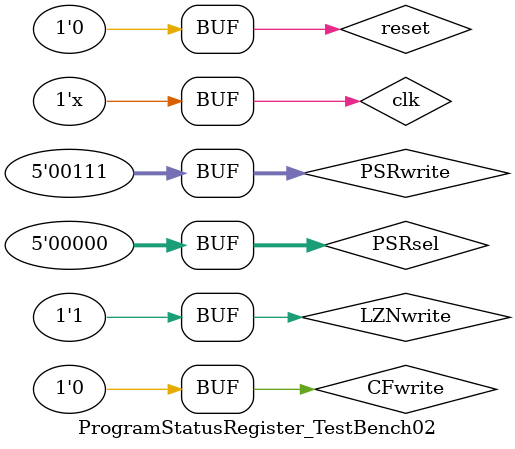
<source format=v>
`timescale 1ns / 1ps


module ProgramStatusRegister_TestBench02;

	// Inputs
	reg clk;
	reg reset;
	reg CFwrite;
	reg LZNwrite;
	reg [4:0] PSRsel;
	reg [4:0] PSRwrite;

	// Outputs
	wire PSRcond;
	wire [31:0] PSRcondExt;

	// Instantiate the Unit Under Test (UUT)
	ProgramStatusRegister uut (
		.clk(clk), 
		.reset(reset), 
		.CFwrite(CFwrite), 
		.LZNwrite(LZNwrite), 
		.PSRsel(PSRsel), 
		.PSRwrite(PSRwrite), 
		.PSRcond(PSRcond), 
		.PSRcondExt(PSRcondExt)
	);

	initial begin
		// Initialize Inputs
		clk = 0;
		reset = 1;
		CFwrite = 0;
		LZNwrite = 0;
		PSRsel = 0;
		PSRwrite = 0;

		// Wait 100 ns for global reset to finish
		#10 reset = 0;
        
		// Add stimulus here
		PSRwrite = 5'b10101;
		CFwrite = 1'b1;
		#20;
		CFwrite = 0;
		PSRwrite = 5'b00111;
		LZNwrite = 1'b1;

	end
      
	always #1 clk = ~clk;	
		
endmodule


</source>
